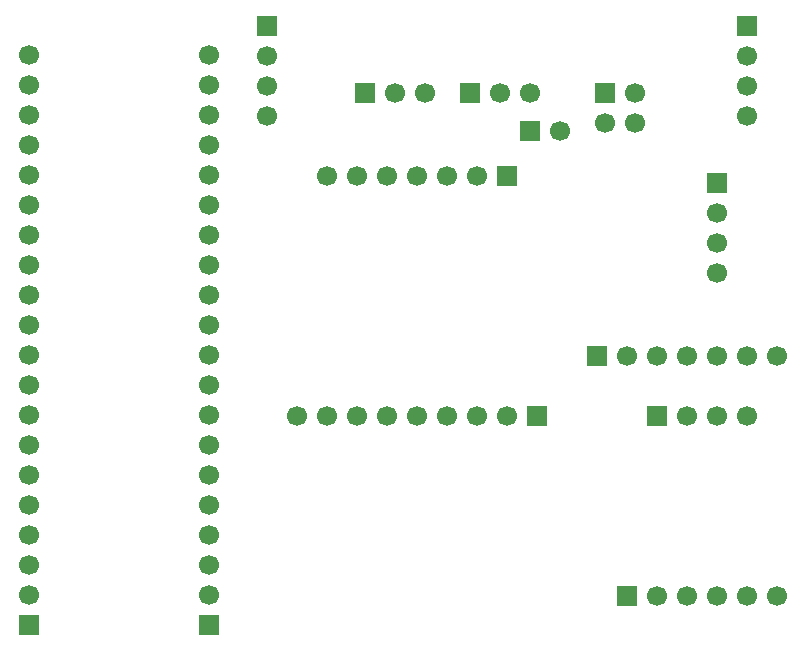
<source format=gbr>
G04 #@! TF.GenerationSoftware,KiCad,Pcbnew,9.0.5*
G04 #@! TF.CreationDate,2025-11-18T20:42:17-08:00*
G04 #@! TF.ProjectId,2025-airbrake,32303235-2d61-4697-9262-72616b652e6b,rev?*
G04 #@! TF.SameCoordinates,Original*
G04 #@! TF.FileFunction,Copper,L1,Top*
G04 #@! TF.FilePolarity,Positive*
%FSLAX46Y46*%
G04 Gerber Fmt 4.6, Leading zero omitted, Abs format (unit mm)*
G04 Created by KiCad (PCBNEW 9.0.5) date 2025-11-18 20:42:17*
%MOMM*%
%LPD*%
G01*
G04 APERTURE LIST*
G04 #@! TA.AperFunction,ComponentPad*
%ADD10R,1.700000X1.700000*%
G04 #@! TD*
G04 #@! TA.AperFunction,ComponentPad*
%ADD11C,1.700000*%
G04 #@! TD*
G04 APERTURE END LIST*
D10*
X156845000Y-69215000D03*
D11*
X159385000Y-69215000D03*
X161925000Y-69215000D03*
D10*
X167640000Y-91440000D03*
D11*
X170180000Y-91440000D03*
X172720000Y-91440000D03*
X175260000Y-91440000D03*
X177800000Y-91440000D03*
X180340000Y-91440000D03*
X182880000Y-91440000D03*
D10*
X170180000Y-111760000D03*
D11*
X172720000Y-111760000D03*
X175260000Y-111760000D03*
X177800000Y-111760000D03*
X180340000Y-111760000D03*
X182880000Y-111760000D03*
X180340000Y-96520000D03*
X177800000Y-96520000D03*
X175260000Y-96520000D03*
D10*
X172720000Y-96520000D03*
X177800000Y-76835000D03*
D11*
X177800000Y-79375000D03*
X177800000Y-81915000D03*
X177800000Y-84455000D03*
D10*
X162560000Y-96520000D03*
D11*
X160020000Y-96520000D03*
X157480000Y-96520000D03*
X154940000Y-96520000D03*
X152400000Y-96520000D03*
X149860000Y-96520000D03*
X147320000Y-96520000D03*
X144780000Y-96520000D03*
X142240000Y-96520000D03*
D10*
X139700000Y-63500000D03*
D11*
X139700000Y-66040000D03*
X139700000Y-68580000D03*
X139700000Y-71120000D03*
X180340000Y-71120000D03*
X180340000Y-68580000D03*
X180340000Y-66040000D03*
D10*
X180340000Y-63500000D03*
X160020000Y-76200000D03*
D11*
X157480000Y-76200000D03*
X154940000Y-76200000D03*
X152400000Y-76200000D03*
X149860000Y-76200000D03*
X147320000Y-76200000D03*
X144780000Y-76200000D03*
D10*
X134803438Y-114285000D03*
D11*
X134803438Y-111745000D03*
X134803438Y-109205000D03*
X134803438Y-106665000D03*
X134803438Y-104125000D03*
X134803438Y-101585000D03*
X134803438Y-99045000D03*
X134803438Y-96505000D03*
X134803438Y-93965000D03*
X134803438Y-91425000D03*
X134803438Y-88885000D03*
X134803438Y-86345000D03*
X134803438Y-83805000D03*
X134803438Y-81265000D03*
X134803438Y-78725000D03*
X134803438Y-76185000D03*
X134803438Y-73645000D03*
X134803438Y-71105000D03*
X134803438Y-68565000D03*
X134803438Y-66025000D03*
X119563438Y-66025000D03*
X119563438Y-68565000D03*
X119563438Y-71105000D03*
X119563438Y-73645000D03*
X119563438Y-76185000D03*
X119563438Y-78725000D03*
X119563438Y-81265000D03*
X119563438Y-83805000D03*
X119563438Y-86345000D03*
X119563438Y-88885000D03*
X119563438Y-91425000D03*
X119563438Y-93965000D03*
X119563438Y-96505000D03*
X119563438Y-99045000D03*
X119563438Y-101585000D03*
X119563438Y-104125000D03*
X119563438Y-106665000D03*
X119563438Y-109205000D03*
X119563438Y-111745000D03*
D10*
X119563438Y-114285000D03*
X168270000Y-69210000D03*
D11*
X168270000Y-71750000D03*
X170810000Y-69210000D03*
X170810000Y-71750000D03*
D10*
X147955000Y-69215000D03*
D11*
X150495000Y-69215000D03*
X153035000Y-69215000D03*
D10*
X161925000Y-72390000D03*
D11*
X164465000Y-72390000D03*
M02*

</source>
